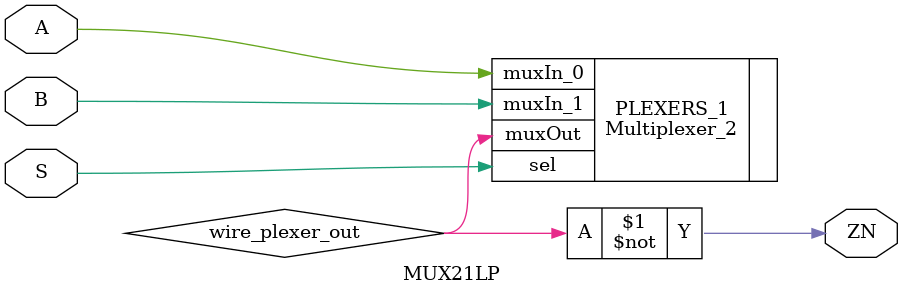
<source format=v>

/******************************************************************************
 **                                                                          **
 ** Component : MUX21LP  (2-to-1 Multiplexer NEGATED)                                                     **
 **                                                                          **
 *****************************************************************************/

module MUX21LP( 
   input A,    // Input A
   input B,    // Input B
   input S,    // Select input
   output ZN   // Negated Output
   );

   wire wire_plexer_out;
   assign ZN = ~wire_plexer_out;

   Multiplexer_2   PLEXERS_1 (
                              .muxIn_0(A),
                              .muxIn_1(B),
                              .muxOut(wire_plexer_out),
                              .sel(S)
   );


endmodule

</source>
